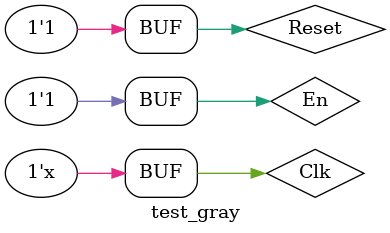
<source format=v>
`timescale 1ns / 1ps


module test_gray;

	// Inputs
	reg Clk;
	reg Reset;
	reg En;

	// Outputs
	wire [2:0] Output;
	wire Overflow;

	// Instantiate the Unit Under Test (UUT)
	gray uut (
		.Clk(Clk), 
		.Reset(Reset), 
		.En(En), 
		.Output(Output), 
		.Overflow(Overflow)
	);

	initial begin
		// Initialize Inputs
		Clk = 0;
		Reset = 1;
		En = 0;

		// Wait 100 ns for global reset to finish
		#10;
		// Add stimulus here
      Reset = 0;
		#2
		En = 1;
		#2 
		En = 0;
		#2 
		En = 1;
		#40
		Reset = 1;

	end
	
	always #1 Clk = ~Clk;
      
endmodule


</source>
